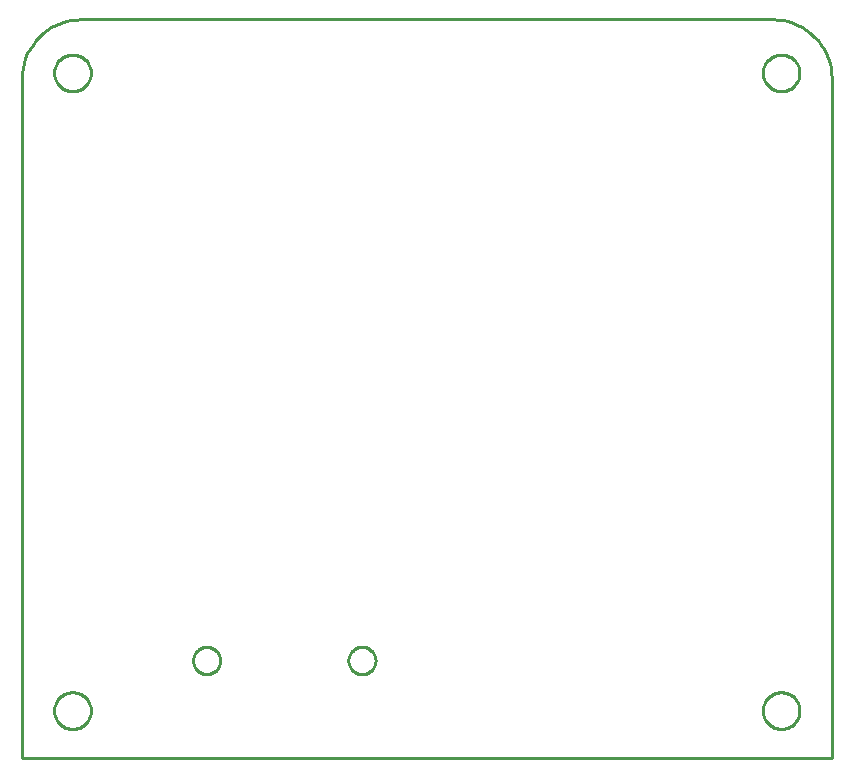
<source format=gbr>
G04 EAGLE Gerber RS-274X export*
G75*
%MOMM*%
%FSLAX34Y34*%
%LPD*%
%IN*%
%IPPOS*%
%AMOC8*
5,1,8,0,0,1.08239X$1,22.5*%
G01*
%ADD10C,0.254000*%


D10*
X0Y0D02*
X685600Y0D01*
X685600Y575350D01*
X685410Y579708D01*
X684840Y584032D01*
X683896Y588291D01*
X682585Y592451D01*
X680915Y596481D01*
X678901Y600350D01*
X676558Y604029D01*
X673902Y607489D01*
X670955Y610705D01*
X667739Y613652D01*
X664279Y616308D01*
X660600Y618651D01*
X656731Y620665D01*
X652701Y622335D01*
X648541Y623646D01*
X644282Y624590D01*
X639958Y625160D01*
X635600Y625350D01*
X50000Y625350D01*
X45642Y625160D01*
X41318Y624590D01*
X37059Y623646D01*
X32899Y622335D01*
X28869Y620665D01*
X25000Y618651D01*
X21321Y616308D01*
X17861Y613652D01*
X14645Y610705D01*
X11698Y607489D01*
X9042Y604029D01*
X6699Y600350D01*
X4685Y596481D01*
X3015Y592451D01*
X1704Y588291D01*
X760Y584032D01*
X190Y579708D01*
X0Y575350D01*
X0Y0D01*
X58400Y39446D02*
X58321Y38342D01*
X58163Y37246D01*
X57928Y36164D01*
X57616Y35102D01*
X57229Y34065D01*
X56769Y33058D01*
X56239Y32086D01*
X55640Y31154D01*
X54977Y30268D01*
X54252Y29431D01*
X53469Y28648D01*
X52632Y27923D01*
X51746Y27260D01*
X50814Y26661D01*
X49843Y26131D01*
X48835Y25671D01*
X47798Y25284D01*
X46736Y24972D01*
X45654Y24737D01*
X44558Y24579D01*
X43454Y24500D01*
X42346Y24500D01*
X41242Y24579D01*
X40146Y24737D01*
X39064Y24972D01*
X38002Y25284D01*
X36965Y25671D01*
X35958Y26131D01*
X34986Y26661D01*
X34054Y27260D01*
X33168Y27923D01*
X32331Y28648D01*
X31548Y29431D01*
X30823Y30268D01*
X30160Y31154D01*
X29561Y32086D01*
X29031Y33058D01*
X28571Y34065D01*
X28184Y35102D01*
X27872Y36164D01*
X27637Y37246D01*
X27479Y38342D01*
X27400Y39446D01*
X27400Y40554D01*
X27479Y41658D01*
X27637Y42754D01*
X27872Y43836D01*
X28184Y44898D01*
X28571Y45935D01*
X29031Y46943D01*
X29561Y47914D01*
X30160Y48846D01*
X30823Y49732D01*
X31548Y50569D01*
X32331Y51352D01*
X33168Y52077D01*
X34054Y52740D01*
X34986Y53339D01*
X35958Y53869D01*
X36965Y54329D01*
X38002Y54716D01*
X39064Y55028D01*
X40146Y55263D01*
X41242Y55421D01*
X42346Y55500D01*
X43454Y55500D01*
X44558Y55421D01*
X45654Y55263D01*
X46736Y55028D01*
X47798Y54716D01*
X48835Y54329D01*
X49843Y53869D01*
X50814Y53339D01*
X51746Y52740D01*
X52632Y52077D01*
X53469Y51352D01*
X54252Y50569D01*
X54977Y49732D01*
X55640Y48846D01*
X56239Y47914D01*
X56769Y46943D01*
X57229Y45935D01*
X57616Y44898D01*
X57928Y43836D01*
X58163Y42754D01*
X58321Y41658D01*
X58400Y40554D01*
X58400Y39446D01*
X658400Y39446D02*
X658321Y38342D01*
X658163Y37246D01*
X657928Y36164D01*
X657616Y35102D01*
X657229Y34065D01*
X656769Y33058D01*
X656239Y32086D01*
X655640Y31154D01*
X654977Y30268D01*
X654252Y29431D01*
X653469Y28648D01*
X652632Y27923D01*
X651746Y27260D01*
X650814Y26661D01*
X649843Y26131D01*
X648835Y25671D01*
X647798Y25284D01*
X646736Y24972D01*
X645654Y24737D01*
X644558Y24579D01*
X643454Y24500D01*
X642346Y24500D01*
X641242Y24579D01*
X640146Y24737D01*
X639064Y24972D01*
X638002Y25284D01*
X636965Y25671D01*
X635958Y26131D01*
X634986Y26661D01*
X634054Y27260D01*
X633168Y27923D01*
X632331Y28648D01*
X631548Y29431D01*
X630823Y30268D01*
X630160Y31154D01*
X629561Y32086D01*
X629031Y33058D01*
X628571Y34065D01*
X628184Y35102D01*
X627872Y36164D01*
X627637Y37246D01*
X627479Y38342D01*
X627400Y39446D01*
X627400Y40554D01*
X627479Y41658D01*
X627637Y42754D01*
X627872Y43836D01*
X628184Y44898D01*
X628571Y45935D01*
X629031Y46943D01*
X629561Y47914D01*
X630160Y48846D01*
X630823Y49732D01*
X631548Y50569D01*
X632331Y51352D01*
X633168Y52077D01*
X634054Y52740D01*
X634986Y53339D01*
X635958Y53869D01*
X636965Y54329D01*
X638002Y54716D01*
X639064Y55028D01*
X640146Y55263D01*
X641242Y55421D01*
X642346Y55500D01*
X643454Y55500D01*
X644558Y55421D01*
X645654Y55263D01*
X646736Y55028D01*
X647798Y54716D01*
X648835Y54329D01*
X649843Y53869D01*
X650814Y53339D01*
X651746Y52740D01*
X652632Y52077D01*
X653469Y51352D01*
X654252Y50569D01*
X654977Y49732D01*
X655640Y48846D01*
X656239Y47914D01*
X656769Y46943D01*
X657229Y45935D01*
X657616Y44898D01*
X657928Y43836D01*
X658163Y42754D01*
X658321Y41658D01*
X658400Y40554D01*
X658400Y39446D01*
X58400Y579446D02*
X58321Y578342D01*
X58163Y577246D01*
X57928Y576164D01*
X57616Y575102D01*
X57229Y574065D01*
X56769Y573058D01*
X56239Y572086D01*
X55640Y571154D01*
X54977Y570268D01*
X54252Y569431D01*
X53469Y568648D01*
X52632Y567923D01*
X51746Y567260D01*
X50814Y566661D01*
X49843Y566131D01*
X48835Y565671D01*
X47798Y565284D01*
X46736Y564972D01*
X45654Y564737D01*
X44558Y564579D01*
X43454Y564500D01*
X42346Y564500D01*
X41242Y564579D01*
X40146Y564737D01*
X39064Y564972D01*
X38002Y565284D01*
X36965Y565671D01*
X35958Y566131D01*
X34986Y566661D01*
X34054Y567260D01*
X33168Y567923D01*
X32331Y568648D01*
X31548Y569431D01*
X30823Y570268D01*
X30160Y571154D01*
X29561Y572086D01*
X29031Y573058D01*
X28571Y574065D01*
X28184Y575102D01*
X27872Y576164D01*
X27637Y577246D01*
X27479Y578342D01*
X27400Y579446D01*
X27400Y580554D01*
X27479Y581658D01*
X27637Y582754D01*
X27872Y583836D01*
X28184Y584898D01*
X28571Y585935D01*
X29031Y586943D01*
X29561Y587914D01*
X30160Y588846D01*
X30823Y589732D01*
X31548Y590569D01*
X32331Y591352D01*
X33168Y592077D01*
X34054Y592740D01*
X34986Y593339D01*
X35958Y593869D01*
X36965Y594329D01*
X38002Y594716D01*
X39064Y595028D01*
X40146Y595263D01*
X41242Y595421D01*
X42346Y595500D01*
X43454Y595500D01*
X44558Y595421D01*
X45654Y595263D01*
X46736Y595028D01*
X47798Y594716D01*
X48835Y594329D01*
X49843Y593869D01*
X50814Y593339D01*
X51746Y592740D01*
X52632Y592077D01*
X53469Y591352D01*
X54252Y590569D01*
X54977Y589732D01*
X55640Y588846D01*
X56239Y587914D01*
X56769Y586943D01*
X57229Y585935D01*
X57616Y584898D01*
X57928Y583836D01*
X58163Y582754D01*
X58321Y581658D01*
X58400Y580554D01*
X58400Y579446D01*
X658400Y579446D02*
X658321Y578342D01*
X658163Y577246D01*
X657928Y576164D01*
X657616Y575102D01*
X657229Y574065D01*
X656769Y573058D01*
X656239Y572086D01*
X655640Y571154D01*
X654977Y570268D01*
X654252Y569431D01*
X653469Y568648D01*
X652632Y567923D01*
X651746Y567260D01*
X650814Y566661D01*
X649843Y566131D01*
X648835Y565671D01*
X647798Y565284D01*
X646736Y564972D01*
X645654Y564737D01*
X644558Y564579D01*
X643454Y564500D01*
X642346Y564500D01*
X641242Y564579D01*
X640146Y564737D01*
X639064Y564972D01*
X638002Y565284D01*
X636965Y565671D01*
X635958Y566131D01*
X634986Y566661D01*
X634054Y567260D01*
X633168Y567923D01*
X632331Y568648D01*
X631548Y569431D01*
X630823Y570268D01*
X630160Y571154D01*
X629561Y572086D01*
X629031Y573058D01*
X628571Y574065D01*
X628184Y575102D01*
X627872Y576164D01*
X627637Y577246D01*
X627479Y578342D01*
X627400Y579446D01*
X627400Y580554D01*
X627479Y581658D01*
X627637Y582754D01*
X627872Y583836D01*
X628184Y584898D01*
X628571Y585935D01*
X629031Y586943D01*
X629561Y587914D01*
X630160Y588846D01*
X630823Y589732D01*
X631548Y590569D01*
X632331Y591352D01*
X633168Y592077D01*
X634054Y592740D01*
X634986Y593339D01*
X635958Y593869D01*
X636965Y594329D01*
X638002Y594716D01*
X639064Y595028D01*
X640146Y595263D01*
X641242Y595421D01*
X642346Y595500D01*
X643454Y595500D01*
X644558Y595421D01*
X645654Y595263D01*
X646736Y595028D01*
X647798Y594716D01*
X648835Y594329D01*
X649843Y593869D01*
X650814Y593339D01*
X651746Y592740D01*
X652632Y592077D01*
X653469Y591352D01*
X654252Y590569D01*
X654977Y589732D01*
X655640Y588846D01*
X656239Y587914D01*
X656769Y586943D01*
X657229Y585935D01*
X657616Y584898D01*
X657928Y583836D01*
X658163Y582754D01*
X658321Y581658D01*
X658400Y580554D01*
X658400Y579446D01*
X168050Y81998D02*
X167979Y81097D01*
X167838Y80205D01*
X167627Y79326D01*
X167348Y78467D01*
X167002Y77632D01*
X166591Y76827D01*
X166119Y76056D01*
X165588Y75325D01*
X165001Y74638D01*
X164362Y73999D01*
X163675Y73412D01*
X162944Y72881D01*
X162173Y72409D01*
X161368Y71998D01*
X160533Y71652D01*
X159674Y71373D01*
X158795Y71162D01*
X157903Y71021D01*
X157002Y70950D01*
X156098Y70950D01*
X155197Y71021D01*
X154305Y71162D01*
X153426Y71373D01*
X152567Y71652D01*
X151732Y71998D01*
X150927Y72409D01*
X150156Y72881D01*
X149425Y73412D01*
X148738Y73999D01*
X148099Y74638D01*
X147512Y75325D01*
X146981Y76056D01*
X146509Y76827D01*
X146098Y77632D01*
X145752Y78467D01*
X145473Y79326D01*
X145262Y80205D01*
X145121Y81097D01*
X145050Y81998D01*
X145050Y82902D01*
X145121Y83803D01*
X145262Y84695D01*
X145473Y85574D01*
X145752Y86433D01*
X146098Y87268D01*
X146509Y88073D01*
X146981Y88844D01*
X147512Y89575D01*
X148099Y90262D01*
X148738Y90901D01*
X149425Y91488D01*
X150156Y92019D01*
X150927Y92491D01*
X151732Y92902D01*
X152567Y93248D01*
X153426Y93527D01*
X154305Y93738D01*
X155197Y93879D01*
X156098Y93950D01*
X157002Y93950D01*
X157903Y93879D01*
X158795Y93738D01*
X159674Y93527D01*
X160533Y93248D01*
X161368Y92902D01*
X162173Y92491D01*
X162944Y92019D01*
X163675Y91488D01*
X164362Y90901D01*
X165001Y90262D01*
X165588Y89575D01*
X166119Y88844D01*
X166591Y88073D01*
X167002Y87268D01*
X167348Y86433D01*
X167627Y85574D01*
X167838Y84695D01*
X167979Y83803D01*
X168050Y82902D01*
X168050Y81998D01*
X299450Y81998D02*
X299379Y81097D01*
X299238Y80205D01*
X299027Y79326D01*
X298748Y78467D01*
X298402Y77632D01*
X297991Y76827D01*
X297519Y76056D01*
X296988Y75325D01*
X296401Y74638D01*
X295762Y73999D01*
X295075Y73412D01*
X294344Y72881D01*
X293573Y72409D01*
X292768Y71998D01*
X291933Y71652D01*
X291074Y71373D01*
X290195Y71162D01*
X289303Y71021D01*
X288402Y70950D01*
X287498Y70950D01*
X286597Y71021D01*
X285705Y71162D01*
X284826Y71373D01*
X283967Y71652D01*
X283132Y71998D01*
X282327Y72409D01*
X281556Y72881D01*
X280825Y73412D01*
X280138Y73999D01*
X279499Y74638D01*
X278912Y75325D01*
X278381Y76056D01*
X277909Y76827D01*
X277498Y77632D01*
X277152Y78467D01*
X276873Y79326D01*
X276662Y80205D01*
X276521Y81097D01*
X276450Y81998D01*
X276450Y82902D01*
X276521Y83803D01*
X276662Y84695D01*
X276873Y85574D01*
X277152Y86433D01*
X277498Y87268D01*
X277909Y88073D01*
X278381Y88844D01*
X278912Y89575D01*
X279499Y90262D01*
X280138Y90901D01*
X280825Y91488D01*
X281556Y92019D01*
X282327Y92491D01*
X283132Y92902D01*
X283967Y93248D01*
X284826Y93527D01*
X285705Y93738D01*
X286597Y93879D01*
X287498Y93950D01*
X288402Y93950D01*
X289303Y93879D01*
X290195Y93738D01*
X291074Y93527D01*
X291933Y93248D01*
X292768Y92902D01*
X293573Y92491D01*
X294344Y92019D01*
X295075Y91488D01*
X295762Y90901D01*
X296401Y90262D01*
X296988Y89575D01*
X297519Y88844D01*
X297991Y88073D01*
X298402Y87268D01*
X298748Y86433D01*
X299027Y85574D01*
X299238Y84695D01*
X299379Y83803D01*
X299450Y82902D01*
X299450Y81998D01*
M02*

</source>
